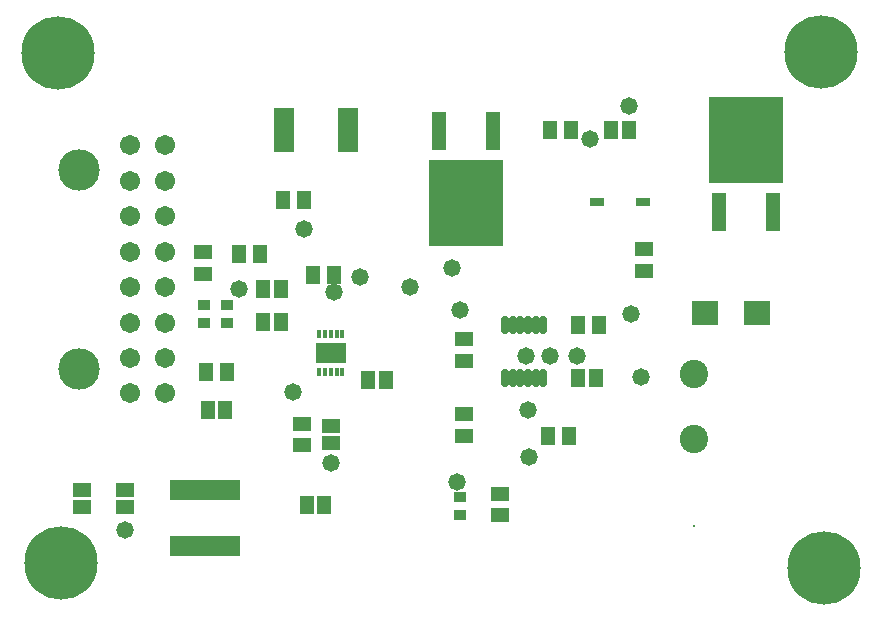
<source format=gts>
G04*
G04 #@! TF.GenerationSoftware,Altium Limited,Altium Designer,19.0.15 (446)*
G04*
G04 Layer_Color=8388736*
%FSLAX25Y25*%
%MOIN*%
G70*
G01*
G75*
%ADD30R,0.04737X0.06312*%
%ADD31R,0.05131X0.06115*%
%ADD32R,0.06115X0.05131*%
%ADD33R,0.04147X0.03359*%
%ADD34R,0.24619X0.29147*%
%ADD35R,0.04737X0.12611*%
%ADD36R,0.04934X0.03162*%
%ADD37R,0.09068X0.07887*%
%ADD38O,0.02769X0.06115*%
%ADD39R,0.07099X0.14580*%
%ADD40R,0.23241X0.07099*%
%ADD41R,0.10249X0.07099*%
%ADD42R,0.01784X0.02965*%
%ADD43R,0.06312X0.04737*%
%ADD44C,0.24422*%
%ADD45C,0.06706*%
%ADD46C,0.13792*%
%ADD47C,0.00800*%
%ADD48C,0.09461*%
%ADD49C,0.05800*%
D30*
X198047Y159500D02*
D03*
X203953D02*
D03*
X63547Y66000D02*
D03*
X69453D02*
D03*
X87953Y106500D02*
D03*
X82047D02*
D03*
X87953Y95500D02*
D03*
X82047D02*
D03*
X192953Y76740D02*
D03*
X187047D02*
D03*
X102453Y34500D02*
D03*
X96547D02*
D03*
X122824Y76000D02*
D03*
X116918D02*
D03*
D31*
X186811Y94500D02*
D03*
X193898D02*
D03*
X184043Y57457D02*
D03*
X176957D02*
D03*
X62957Y78689D02*
D03*
X70043D02*
D03*
X177457Y159500D02*
D03*
X184543D02*
D03*
X88457Y136000D02*
D03*
X95543D02*
D03*
X81043Y118000D02*
D03*
X73957D02*
D03*
X105543Y111000D02*
D03*
X98457D02*
D03*
D32*
X149024Y89543D02*
D03*
Y82457D02*
D03*
X149000Y57457D02*
D03*
Y64543D02*
D03*
X62000Y111457D02*
D03*
Y118543D02*
D03*
X95000Y61379D02*
D03*
Y54292D02*
D03*
X209000Y119543D02*
D03*
Y112457D02*
D03*
X161000Y30957D02*
D03*
Y38043D02*
D03*
D33*
X147500Y31047D02*
D03*
Y36953D02*
D03*
X62250Y100953D02*
D03*
Y95047D02*
D03*
X70043Y100953D02*
D03*
Y95047D02*
D03*
D34*
X149524Y135181D02*
D03*
X243043Y156000D02*
D03*
D35*
X140547Y159000D02*
D03*
X158500D02*
D03*
X252020Y132181D02*
D03*
X234067D02*
D03*
D36*
X208579Y135500D02*
D03*
X193421D02*
D03*
D37*
X229339Y98500D02*
D03*
X246661D02*
D03*
D38*
X162602Y76740D02*
D03*
X165161D02*
D03*
X167720D02*
D03*
X170280D02*
D03*
X172839D02*
D03*
X175398D02*
D03*
X162602Y94260D02*
D03*
X165161D02*
D03*
X167720D02*
D03*
X170280D02*
D03*
X172839D02*
D03*
X175398D02*
D03*
D39*
X88870Y159500D02*
D03*
X110130D02*
D03*
D40*
X62500Y39340D02*
D03*
Y20836D02*
D03*
D41*
X104500Y85000D02*
D03*
D42*
X100563Y91496D02*
D03*
X102532D02*
D03*
X104500D02*
D03*
X106468D02*
D03*
X108437D02*
D03*
Y78701D02*
D03*
X106468D02*
D03*
X104500D02*
D03*
X102532D02*
D03*
X100563D02*
D03*
D43*
X21500Y33547D02*
D03*
Y39453D02*
D03*
X36000Y33547D02*
D03*
Y39453D02*
D03*
X104500Y54883D02*
D03*
Y60788D02*
D03*
D44*
X269000Y13500D02*
D03*
X14500Y15000D02*
D03*
X268000Y185500D02*
D03*
X13500Y185000D02*
D03*
D45*
X37500Y154244D02*
D03*
Y142433D02*
D03*
Y130622D02*
D03*
Y118811D02*
D03*
Y107000D02*
D03*
Y95189D02*
D03*
Y83378D02*
D03*
Y71567D02*
D03*
X49311D02*
D03*
Y83378D02*
D03*
Y95189D02*
D03*
Y107000D02*
D03*
Y118811D02*
D03*
Y130622D02*
D03*
Y142433D02*
D03*
Y154244D02*
D03*
D46*
X20492Y146173D02*
D03*
Y79638D02*
D03*
D47*
X225500Y27500D02*
D03*
D48*
Y56240D02*
D03*
Y77894D02*
D03*
D49*
X95561Y126500D02*
D03*
X145000Y113457D02*
D03*
X131000Y107000D02*
D03*
X147500Y99256D02*
D03*
X190854Y156500D02*
D03*
X169500Y84000D02*
D03*
X186500D02*
D03*
X92000Y72067D02*
D03*
X105500Y105500D02*
D03*
X177500Y84000D02*
D03*
X170500Y50500D02*
D03*
X170280Y66000D02*
D03*
X114279Y110256D02*
D03*
X203953Y167390D02*
D03*
X146500Y42000D02*
D03*
X104500Y48500D02*
D03*
X74000Y106500D02*
D03*
X36000Y26000D02*
D03*
X207888Y77000D02*
D03*
X204500Y98000D02*
D03*
M02*

</source>
